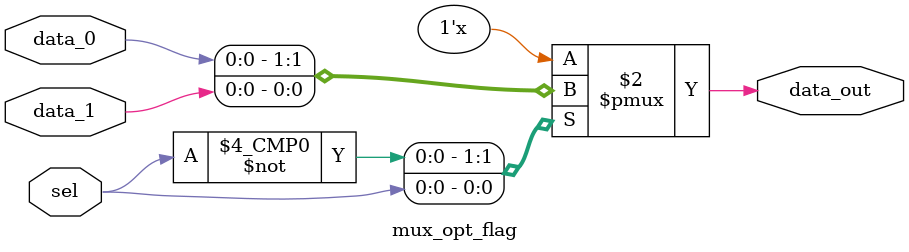
<source format=v>
module mux_opt_flag (
    input wire sel,
    input wire  data_0, // flag GT 
    input wire  data_1, // flag 0 
    output wire data_out
);

    always @(sel) begin
        case (sel)
            1'd0: data_out = data_0;
            1'd1: data_out = data_1;
            default: data_out = data_0;
        endcase 
    end 

endmodule
</source>
